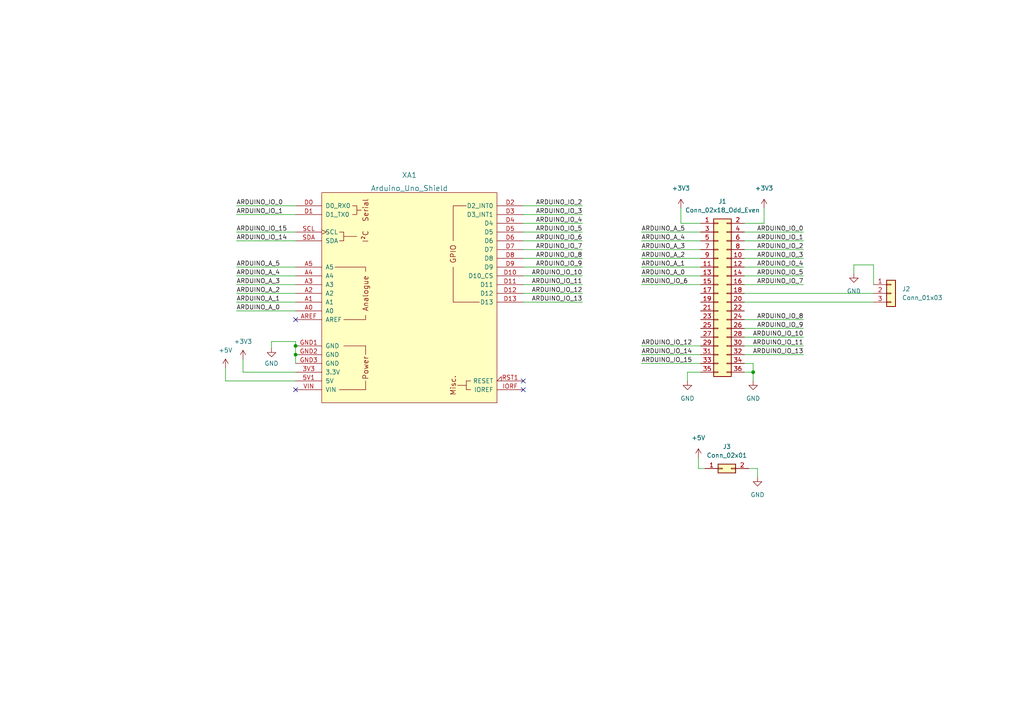
<source format=kicad_sch>
(kicad_sch (version 20211123) (generator eeschema)
  (paper "A4")
  (lib_symbols
    (symbol "Connector_Generic:Conn_01x03" (pin_names (offset 1.016) hide)
      (property "Reference" "J" (at 0 5.08 0))
      (property "Value" "Conn_01x03" (at 0 -5.08 0))
      (symbol "Conn_01x03_1_1"
        (rectangle (start -1.27 -2.413) (end 0 -2.667) (stroke (width 0.1524)))
        (rectangle (start -1.27 0.127) (end 0 -0.127) (stroke (width 0.1524)))
        (rectangle (start -1.27 2.667) (end 0 2.413) (stroke (width 0.1524)))
        (rectangle (start -1.27 3.81) (end 1.27 -3.81) (stroke (width 0.254)) (fill (type background)))
        (pin passive line (at -5.08 2.54 0) (length 3.81) (name "Pin_1") (number "1"))
        (pin passive line (at -5.08 0 0) (length 3.81) (name "Pin_2") (number "2"))
        (pin passive line (at -5.08 -2.54 0) (length 3.81) (name "Pin_3") (number "3"))
      )
    )
    (symbol "Connector_Generic:Conn_02x01" (pin_names (offset 1.016) hide)
      (property "Reference" "J" (at 1.27 2.54 0))
      (property "Value" "Conn_02x01" (at 1.27 -2.54 0))
      (symbol "Conn_02x01_1_1"
        (rectangle (start -1.27 0.127) (end 0 -0.127) (stroke (width 0.1524)))
        (rectangle (start -1.27 1.27) (end 3.81 -1.27) (stroke (width 0.254)) (fill (type background)))
        (rectangle (start 3.81 0.127) (end 2.54 -0.127) (stroke (width 0.1524)))
        (pin passive line (at -5.08 0 0) (length 3.81) (name "Pin_1") (number "1"))
        (pin passive line (at 7.62 0 180) (length 3.81) (name "Pin_2") (number "2"))
      )
    )
    (symbol "Connector_Generic:Conn_02x18_Odd_Even" (pin_names (offset 1.016) hide)
      (property "Reference" "J" (at 1.27 22.86 0))
      (property "Value" "Conn_02x18_Odd_Even" (at 1.27 -25.4 0))
      (symbol "Conn_02x18_Odd_Even_1_1"
        (rectangle (start -1.27 -22.733) (end 0 -22.987) (stroke (width 0.1524)))
        (rectangle (start -1.27 -20.193) (end 0 -20.447) (stroke (width 0.1524)))
        (rectangle (start -1.27 -17.653) (end 0 -17.907) (stroke (width 0.1524)))
        (rectangle (start -1.27 -15.113) (end 0 -15.367) (stroke (width 0.1524)))
        (rectangle (start -1.27 -12.573) (end 0 -12.827) (stroke (width 0.1524)))
        (rectangle (start -1.27 -10.033) (end 0 -10.287) (stroke (width 0.1524)))
        (rectangle (start -1.27 -7.493) (end 0 -7.747) (stroke (width 0.1524)))
        (rectangle (start -1.27 -4.953) (end 0 -5.207) (stroke (width 0.1524)))
        (rectangle (start -1.27 -2.413) (end 0 -2.667) (stroke (width 0.1524)))
        (rectangle (start -1.27 0.127) (end 0 -0.127) (stroke (width 0.1524)))
        (rectangle (start -1.27 2.667) (end 0 2.413) (stroke (width 0.1524)))
        (rectangle (start -1.27 5.207) (end 0 4.953) (stroke (width 0.1524)))
        (rectangle (start -1.27 7.747) (end 0 7.493) (stroke (width 0.1524)))
        (rectangle (start -1.27 10.287) (end 0 10.033) (stroke (width 0.1524)))
        (rectangle (start -1.27 12.827) (end 0 12.573) (stroke (width 0.1524)))
        (rectangle (start -1.27 15.367) (end 0 15.113) (stroke (width 0.1524)))
        (rectangle (start -1.27 17.907) (end 0 17.653) (stroke (width 0.1524)))
        (rectangle (start -1.27 20.447) (end 0 20.193) (stroke (width 0.1524)))
        (rectangle (start -1.27 21.59) (end 3.81 -24.13) (stroke (width 0.254)) (fill (type background)))
        (rectangle (start 3.81 -22.733) (end 2.54 -22.987) (stroke (width 0.1524)))
        (rectangle (start 3.81 -20.193) (end 2.54 -20.447) (stroke (width 0.1524)))
        (rectangle (start 3.81 -17.653) (end 2.54 -17.907) (stroke (width 0.1524)))
        (rectangle (start 3.81 -15.113) (end 2.54 -15.367) (stroke (width 0.1524)))
        (rectangle (start 3.81 -12.573) (end 2.54 -12.827) (stroke (width 0.1524)))
        (rectangle (start 3.81 -10.033) (end 2.54 -10.287) (stroke (width 0.1524)))
        (rectangle (start 3.81 -7.493) (end 2.54 -7.747) (stroke (width 0.1524)))
        (rectangle (start 3.81 -4.953) (end 2.54 -5.207) (stroke (width 0.1524)))
        (rectangle (start 3.81 -2.413) (end 2.54 -2.667) (stroke (width 0.1524)))
        (rectangle (start 3.81 0.127) (end 2.54 -0.127) (stroke (width 0.1524)))
        (rectangle (start 3.81 2.667) (end 2.54 2.413) (stroke (width 0.1524)))
        (rectangle (start 3.81 5.207) (end 2.54 4.953) (stroke (width 0.1524)))
        (rectangle (start 3.81 7.747) (end 2.54 7.493) (stroke (width 0.1524)))
        (rectangle (start 3.81 10.287) (end 2.54 10.033) (stroke (width 0.1524)))
        (rectangle (start 3.81 12.827) (end 2.54 12.573) (stroke (width 0.1524)))
        (rectangle (start 3.81 15.367) (end 2.54 15.113) (stroke (width 0.1524)))
        (rectangle (start 3.81 17.907) (end 2.54 17.653) (stroke (width 0.1524)))
        (rectangle (start 3.81 20.447) (end 2.54 20.193) (stroke (width 0.1524)))
        (pin passive line (at -5.08 20.32 0) (length 3.81) (name "Pin_1") (number "1"))
        (pin passive line (at 7.62 10.16 180) (length 3.81) (name "Pin_10") (number "10"))
        (pin passive line (at -5.08 7.62 0) (length 3.81) (name "Pin_11") (number "11"))
        (pin passive line (at 7.62 7.62 180) (length 3.81) (name "Pin_12") (number "12"))
        (pin passive line (at -5.08 5.08 0) (length 3.81) (name "Pin_13") (number "13"))
        (pin passive line (at 7.62 5.08 180) (length 3.81) (name "Pin_14") (number "14"))
        (pin passive line (at -5.08 2.54 0) (length 3.81) (name "Pin_15") (number "15"))
        (pin passive line (at 7.62 2.54 180) (length 3.81) (name "Pin_16") (number "16"))
        (pin passive line (at -5.08 0 0) (length 3.81) (name "Pin_17") (number "17"))
        (pin passive line (at 7.62 0 180) (length 3.81) (name "Pin_18") (number "18"))
        (pin passive line (at -5.08 -2.54 0) (length 3.81) (name "Pin_19") (number "19"))
        (pin passive line (at 7.62 20.32 180) (length 3.81) (name "Pin_2") (number "2"))
        (pin passive line (at 7.62 -2.54 180) (length 3.81) (name "Pin_20") (number "20"))
        (pin passive line (at -5.08 -5.08 0) (length 3.81) (name "Pin_21") (number "21"))
        (pin passive line (at 7.62 -5.08 180) (length 3.81) (name "Pin_22") (number "22"))
        (pin passive line (at -5.08 -7.62 0) (length 3.81) (name "Pin_23") (number "23"))
        (pin passive line (at 7.62 -7.62 180) (length 3.81) (name "Pin_24") (number "24"))
        (pin passive line (at -5.08 -10.16 0) (length 3.81) (name "Pin_25") (number "25"))
        (pin passive line (at 7.62 -10.16 180) (length 3.81) (name "Pin_26") (number "26"))
        (pin passive line (at -5.08 -12.7 0) (length 3.81) (name "Pin_27") (number "27"))
        (pin passive line (at 7.62 -12.7 180) (length 3.81) (name "Pin_28") (number "28"))
        (pin passive line (at -5.08 -15.24 0) (length 3.81) (name "Pin_29") (number "29"))
        (pin passive line (at -5.08 17.78 0) (length 3.81) (name "Pin_3") (number "3"))
        (pin passive line (at 7.62 -15.24 180) (length 3.81) (name "Pin_30") (number "30"))
        (pin passive line (at -5.08 -17.78 0) (length 3.81) (name "Pin_31") (number "31"))
        (pin passive line (at 7.62 -17.78 180) (length 3.81) (name "Pin_32") (number "32"))
        (pin passive line (at -5.08 -20.32 0) (length 3.81) (name "Pin_33") (number "33"))
        (pin passive line (at 7.62 -20.32 180) (length 3.81) (name "Pin_34") (number "34"))
        (pin passive line (at -5.08 -22.86 0) (length 3.81) (name "Pin_35") (number "35"))
        (pin passive line (at 7.62 -22.86 180) (length 3.81) (name "Pin_36") (number "36"))
        (pin passive line (at 7.62 17.78 180) (length 3.81) (name "Pin_4") (number "4"))
        (pin passive line (at -5.08 15.24 0) (length 3.81) (name "Pin_5") (number "5"))
        (pin passive line (at 7.62 15.24 180) (length 3.81) (name "Pin_6") (number "6"))
        (pin passive line (at -5.08 12.7 0) (length 3.81) (name "Pin_7") (number "7"))
        (pin passive line (at 7.62 12.7 180) (length 3.81) (name "Pin_8") (number "8"))
        (pin passive line (at -5.08 10.16 0) (length 3.81) (name "Pin_9") (number "9"))
      )
    )
    (symbol "arduino:Arduino_Uno_Shield" (pin_names (offset 1.016))
      (property "Reference" "XA1001" (at 0 35.56 0))
      (property "Value" "Arduino_Uno_Shield" (at 0 31.75 0))
      (symbol "Arduino_Uno_Shield_0_0"
        (rectangle (start -25.4 30.48) (end 25.4 -30.48) (fill (type background)))
        (rectangle (start -20.32 -26.67) (end -12.7 -26.67))
        (rectangle (start -19.05 -13.97) (end -12.7 -13.97))
        (polyline (pts (xy -19.05 17.78) (xy -15.24 17.78)))
        (polyline (pts (xy -15.24 25.4) (xy -13.97 25.4)))
        (polyline (pts (xy -12.7 -26.67) (xy -12.7 -24.13)))
        (polyline (pts (xy -12.7 -15.24) (xy -12.7 -16.51)))
        (polyline (pts (xy -12.7 -13.97) (xy -12.7 -15.24)))
        (polyline (pts (xy -12.7 -5.08) (xy -12.7 -6.35) (xy -19.05 -6.35)))
        (polyline (pts (xy -12.7 7.62) (xy -12.7 8.89) (xy -21.59 8.89)))
        (polyline (pts (xy 12.7 8.89) (xy 12.7 -1.27) (xy 20.32 -1.27)))
        (polyline (pts (xy 12.7 16.51) (xy 12.7 26.67) (xy 16.51 26.67)))
        (polyline (pts (xy -20.32 19.05) (xy -19.05 19.05) (xy -19.05 16.51) (xy -20.32 16.51)))
        (polyline (pts (xy -16.51 26.67) (xy -15.24 26.67) (xy -15.24 24.13) (xy -16.51 24.13)))
        (rectangle (start 16.51 -25.4) (end 13.97 -25.4))
        (rectangle (start 16.51 -24.13) (end 16.51 -26.67))
        (rectangle (start 17.78 -26.67) (end 16.51 -26.67))
        (rectangle (start 17.78 -24.13) (end 16.51 -24.13))
        (text "Analogue" (at -12.7 1.27 900) (effects (font (size 1.524 1.524))))
        (text "I²C" (at -12.7 17.78 900) (effects (font (size 1.524 1.524))))
        (text "Misc." (at 12.7 -25.4 900) (effects (font (size 1.524 1.524))))
        (text "Power" (at -12.7 -20.32 900) (effects (font (size 1.524 1.524))))
        (text "Serial" (at -12.7 25.4 900) (effects (font (size 1.524 1.524))))
      )
      (symbol "Arduino_Uno_Shield_1_0"
        (text "GPIO" (at 12.7 12.7 900) (effects (font (size 1.524 1.524))))
      )
      (symbol "Arduino_Uno_Shield_1_1"
        (pin power_out line (at -33.02 -21.59 0) (length 7.62) (name "3.3V") (number "3V3"))
        (pin power_in line (at -33.02 -24.13 0) (length 7.62) (name "5V") (number "5V1"))
        (pin bidirectional line (at -33.02 -3.81 0) (length 7.62) (name "A0") (number "A0"))
        (pin bidirectional line (at -33.02 -1.27 0) (length 7.62) (name "A1") (number "A1"))
        (pin bidirectional line (at -33.02 1.27 0) (length 7.62) (name "A2") (number "A2"))
        (pin bidirectional line (at -33.02 3.81 0) (length 7.62) (name "A3") (number "A3"))
        (pin bidirectional line (at -33.02 6.35 0) (length 7.62) (name "A4") (number "A4"))
        (pin bidirectional line (at -33.02 8.89 0) (length 7.62) (name "A5") (number "A5"))
        (pin input line (at -33.02 -6.35 0) (length 7.62) (name "AREF") (number "AREF"))
        (pin bidirectional line (at -33.02 26.67 0) (length 7.62) (name "D0_RX0") (number "D0"))
        (pin bidirectional line (at -33.02 24.13 0) (length 7.62) (name "D1_TX0") (number "D1"))
        (pin bidirectional line (at 33.02 6.35 180) (length 7.62) (name "D10_CS") (number "D10"))
        (pin bidirectional line (at 33.02 3.81 180) (length 7.62) (name "D11") (number "D11"))
        (pin bidirectional line (at 33.02 1.27 180) (length 7.62) (name "D12") (number "D12"))
        (pin bidirectional line (at 33.02 -1.27 180) (length 7.62) (name "D13") (number "D13"))
        (pin bidirectional line (at 33.02 26.67 180) (length 7.62) (name "D2_INT0") (number "D2"))
        (pin bidirectional line (at 33.02 24.13 180) (length 7.62) (name "D3_INT1") (number "D3"))
        (pin bidirectional line (at 33.02 21.59 180) (length 7.62) (name "D4") (number "D4"))
        (pin bidirectional line (at 33.02 19.05 180) (length 7.62) (name "D5") (number "D5"))
        (pin bidirectional line (at 33.02 16.51 180) (length 7.62) (name "D6") (number "D6"))
        (pin bidirectional line (at 33.02 13.97 180) (length 7.62) (name "D7") (number "D7"))
        (pin bidirectional line (at 33.02 11.43 180) (length 7.62) (name "D8") (number "D8"))
        (pin bidirectional line (at 33.02 8.89 180) (length 7.62) (name "D9") (number "D9"))
        (pin power_in line (at -33.02 -13.97 0) (length 7.62) (name "GND") (number "GND1"))
        (pin power_in line (at -33.02 -16.51 0) (length 7.62) (name "GND") (number "GND2"))
        (pin power_in line (at -33.02 -19.05 0) (length 7.62) (name "GND") (number "GND3"))
        (pin output line (at 33.02 -26.67 180) (length 7.62) (name "IOREF") (number "IORF"))
        (pin open_collector input_low (at 33.02 -24.13 180) (length 7.62) (name "RESET") (number "RST1"))
        (pin bidirectional clock (at -33.02 19.05 0) (length 7.62) (name "SCL") (number "SCL"))
        (pin bidirectional line (at -33.02 16.51 0) (length 7.62) (name "SDA") (number "SDA"))
        (pin power_in line (at -33.02 -26.67 0) (length 7.62) (name "VIN") (number "VIN"))
      )
    )
    (symbol "power:+3V3" (power) (pin_names (offset 0))
      (property "Value" "+3V3" (at 0 3.556 0))
      (symbol "+3V3_0_1"
        (polyline (pts (xy -0.762 1.27) (xy 0 2.54)))
        (polyline (pts (xy 0 0) (xy 0 2.54)))
        (polyline (pts (xy 0 2.54) (xy 0.762 1.27)))
      )
      (symbol "+3V3_1_1"
        (pin power_in line (at 0 0 90) (length 0) hide (name "+3V3") (number "1"))
      )
    )
    (symbol "power:+5V" (power) (pin_names (offset 0))
      (property "Value" "+5V" (at 0 3.556 0))
      (symbol "+5V_0_1"
        (polyline (pts (xy -0.762 1.27) (xy 0 2.54)))
        (polyline (pts (xy 0 0) (xy 0 2.54)))
        (polyline (pts (xy 0 2.54) (xy 0.762 1.27)))
      )
      (symbol "+5V_1_1"
        (pin power_in line (at 0 0 90) (length 0) hide (name "+5V") (number "1"))
      )
    )
    (symbol "power:GND" (power) (pin_names (offset 0))
      (property "Value" "GND" (at 0 -3.81 0))
      (symbol "GND_0_1"
        (polyline (pts (xy 0 0) (xy 0 -1.27) (xy 1.27 -1.27) (xy 0 -2.54) (xy -1.27 -1.27) (xy 0 -1.27)))
      )
      (symbol "GND_1_1"
        (pin power_in line (at 0 0 270) (length 0) hide (name "GND") (number "1"))
      )
    )
  )
  (junction (at 218.44 107.95))
  (junction (at 85.725 102.87))
  (junction (at 85.725 100.33))
  (no_connect (at 151.765 113.03))
  (no_connect (at 151.765 110.49))
  (no_connect (at 85.725 113.03))
  (no_connect (at 85.725 92.71))
  (wire (pts (xy 186.055 105.41) (xy 203.2 105.41)))
  (wire (pts (xy 68.58 77.47) (xy 85.725 77.47)))
  (wire (pts (xy 168.91 62.23) (xy 151.765 62.23)))
  (wire (pts (xy 199.39 107.95) (xy 203.2 107.95)))
  (wire (pts (xy 85.725 99.06) (xy 85.725 100.33)))
  (wire (pts (xy 186.055 67.31) (xy 203.2 67.31)))
  (wire (pts (xy 186.055 77.47) (xy 203.2 77.47)))
  (wire (pts (xy 197.485 64.77) (xy 203.2 64.77)))
  (wire (pts (xy 215.9 85.09) (xy 253.365 85.09)))
  (wire (pts (xy 233.045 69.85) (xy 215.9 69.85)))
  (wire (pts (xy 68.58 59.69) (xy 85.725 59.69)))
  (wire (pts (xy 68.58 67.31) (xy 85.725 67.31)))
  (wire (pts (xy 215.9 87.63) (xy 253.365 87.63)))
  (wire (pts (xy 78.74 99.06) (xy 85.725 99.06)))
  (wire (pts (xy 186.055 100.33) (xy 203.2 100.33)))
  (wire (pts (xy 247.65 79.375) (xy 247.65 76.835)))
  (wire (pts (xy 65.405 106.68) (xy 65.405 110.49)))
  (wire (pts (xy 221.615 60.325) (xy 221.615 64.77)))
  (wire (pts (xy 199.39 110.49) (xy 199.39 107.95)))
  (wire (pts (xy 215.9 105.41) (xy 218.44 105.41)))
  (wire (pts (xy 253.365 76.835) (xy 253.365 82.55)))
  (wire (pts (xy 233.045 92.71) (xy 215.9 92.71)))
  (wire (pts (xy 68.58 62.23) (xy 85.725 62.23)))
  (wire (pts (xy 218.44 107.95) (xy 218.44 110.49)))
  (wire (pts (xy 233.045 100.33) (xy 215.9 100.33)))
  (wire (pts (xy 221.615 64.77) (xy 215.9 64.77)))
  (wire (pts (xy 168.91 69.85) (xy 151.765 69.85)))
  (wire (pts (xy 233.045 77.47) (xy 215.9 77.47)))
  (wire (pts (xy 233.045 74.93) (xy 215.9 74.93)))
  (wire (pts (xy 202.565 132.715) (xy 202.565 135.89)))
  (wire (pts (xy 233.045 67.31) (xy 215.9 67.31)))
  (wire (pts (xy 219.71 138.43) (xy 219.71 135.89)))
  (wire (pts (xy 197.485 60.325) (xy 197.485 64.77)))
  (wire (pts (xy 168.91 64.77) (xy 151.765 64.77)))
  (wire (pts (xy 85.725 102.87) (xy 85.725 105.41)))
  (wire (pts (xy 186.055 80.01) (xy 203.2 80.01)))
  (wire (pts (xy 233.045 102.87) (xy 215.9 102.87)))
  (wire (pts (xy 168.91 72.39) (xy 151.765 72.39)))
  (wire (pts (xy 186.055 74.93) (xy 203.2 74.93)))
  (wire (pts (xy 233.045 97.79) (xy 215.9 97.79)))
  (wire (pts (xy 233.045 82.55) (xy 215.9 82.55)))
  (wire (pts (xy 233.045 72.39) (xy 215.9 72.39)))
  (wire (pts (xy 168.91 74.93) (xy 151.765 74.93)))
  (wire (pts (xy 70.485 104.14) (xy 70.485 107.95)))
  (wire (pts (xy 68.58 87.63) (xy 85.725 87.63)))
  (wire (pts (xy 186.055 102.87) (xy 203.2 102.87)))
  (wire (pts (xy 168.91 87.63) (xy 151.765 87.63)))
  (wire (pts (xy 168.91 82.55) (xy 151.765 82.55)))
  (wire (pts (xy 65.405 110.49) (xy 85.725 110.49)))
  (wire (pts (xy 247.65 76.835) (xy 253.365 76.835)))
  (wire (pts (xy 233.045 80.01) (xy 215.9 80.01)))
  (wire (pts (xy 218.44 105.41) (xy 218.44 107.95)))
  (wire (pts (xy 85.725 100.33) (xy 85.725 102.87)))
  (wire (pts (xy 186.055 82.55) (xy 203.2 82.55)))
  (wire (pts (xy 68.58 85.09) (xy 85.725 85.09)))
  (wire (pts (xy 168.91 80.01) (xy 151.765 80.01)))
  (wire (pts (xy 168.91 59.69) (xy 151.765 59.69)))
  (wire (pts (xy 186.055 69.85) (xy 203.2 69.85)))
  (wire (pts (xy 215.9 107.95) (xy 218.44 107.95)))
  (wire (pts (xy 219.71 135.89) (xy 217.17 135.89)))
  (wire (pts (xy 202.565 135.89) (xy 204.47 135.89)))
  (wire (pts (xy 70.485 107.95) (xy 85.725 107.95)))
  (wire (pts (xy 186.055 72.39) (xy 203.2 72.39)))
  (wire (pts (xy 168.91 67.31) (xy 151.765 67.31)))
  (wire (pts (xy 233.045 95.25) (xy 215.9 95.25)))
  (wire (pts (xy 78.74 100.965) (xy 78.74 99.06)))
  (wire (pts (xy 68.58 90.17) (xy 85.725 90.17)))
  (wire (pts (xy 68.58 80.01) (xy 85.725 80.01)))
  (wire (pts (xy 68.58 69.85) (xy 85.725 69.85)))
  (wire (pts (xy 168.91 77.47) (xy 151.765 77.47)))
  (wire (pts (xy 168.91 85.09) (xy 151.765 85.09)))
  (wire (pts (xy 68.58 82.55) (xy 85.725 82.55)))
  (label "ARDUINO_A_0" (at 186.055 80.01 0))
  (label "ARDUINO_IO_12" (at 168.91 85.09 180))
  (label "ARDUINO_IO_11" (at 233.045 100.33 180))
  (label "ARDUINO_IO_7" (at 168.91 72.39 180))
  (label "ARDUINO_A_3" (at 186.055 72.39 0))
  (label "ARDUINO_IO_13" (at 233.045 102.87 180))
  (label "ARDUINO_IO_13" (at 168.91 87.63 180))
  (label "ARDUINO_IO_3" (at 233.045 74.93 180))
  (label "ARDUINO_IO_15" (at 186.055 105.41 0))
  (label "ARDUINO_A_2" (at 68.58 85.09 0))
  (label "ARDUINO_A_4" (at 186.055 69.85 0))
  (label "ARDUINO_IO_14" (at 186.055 102.87 0))
  (label "ARDUINO_IO_0" (at 68.58 59.69 0))
  (label "ARDUINO_IO_12" (at 186.055 100.33 0))
  (label "ARDUINO_IO_9" (at 233.045 95.25 180))
  (label "ARDUINO_IO_3" (at 168.91 62.23 180))
  (label "ARDUINO_IO_10" (at 233.045 97.79 180))
  (label "ARDUINO_IO_8" (at 233.045 92.71 180))
  (label "ARDUINO_IO_9" (at 168.91 77.47 180))
  (label "ARDUINO_IO_14" (at 68.58 69.85 0))
  (label "ARDUINO_IO_15" (at 68.58 67.31 0))
  (label "ARDUINO_A_5" (at 68.58 77.47 0))
  (label "ARDUINO_IO_11" (at 168.91 82.55 180))
  (label "ARDUINO_IO_5" (at 233.045 80.01 180))
  (label "ARDUINO_A_1" (at 186.055 77.47 0))
  (label "ARDUINO_IO_1" (at 233.045 69.85 180))
  (label "ARDUINO_IO_1" (at 68.58 62.23 0))
  (label "ARDUINO_A_2" (at 186.055 74.93 0))
  (label "ARDUINO_IO_4" (at 168.91 64.77 180))
  (label "ARDUINO_IO_4" (at 233.045 77.47 180))
  (label "ARDUINO_IO_5" (at 168.91 67.31 180))
  (label "ARDUINO_IO_6" (at 186.055 82.55 0))
  (label "ARDUINO_IO_10" (at 168.91 80.01 180))
  (label "ARDUINO_IO_8" (at 168.91 74.93 180))
  (label "ARDUINO_A_3" (at 68.58 82.55 0))
  (label "ARDUINO_IO_6" (at 168.91 69.85 180))
  (label "ARDUINO_A_0" (at 68.58 90.17 0))
  (label "ARDUINO_IO_0" (at 233.045 67.31 180))
  (label "ARDUINO_IO_7" (at 233.045 82.55 180))
  (label "ARDUINO_IO_2" (at 168.91 59.69 180))
  (label "ARDUINO_A_5" (at 186.055 67.31 0))
  (label "ARDUINO_A_4" (at 68.58 80.01 0))
  (label "ARDUINO_IO_2" (at 233.045 72.39 180))
  (label "ARDUINO_A_1" (at 68.58 87.63 0))
  (symbol (lib_id "power:GND") (at 199.39 110.49 0) (unit 1)
    (property "Reference" "#PWR07" (effects hide))
    (property "Value" "GND" (at 199.39 115.57 0))
  )
  (symbol (lib_id "power:+3V3") (at 70.485 104.14 0) (unit 1)
    (property "Reference" "#PWR05" (effects hide))
    (property "Value" "+3V3" (at 70.485 99.06 0))
  )
  (symbol (lib_id "power:GND") (at 219.71 138.43 0) (unit 1)
    (property "Reference" "#PWR010" (effects hide))
    (property "Value" "GND" (at 219.71 143.51 0))
  )
  (symbol (lib_id "power:GND") (at 78.74 100.965 0) (unit 1)
    (property "Reference" "#PWR04" (effects hide))
    (property "Value" "GND" (at 78.74 105.41 0))
  )
  (symbol (lib_id "Connector_Generic:Conn_02x01") (at 209.55 135.89 0) (unit 1)
    (property "Reference" "J3" (at 210.82 129.54 0))
    (property "Value" "Conn_02x01" (at 210.82 132.08 0))
    (property "Footprint" "Connector_PinSocket_2.54mm:PinSocket_2x01_P2.54mm_Vertical" (effects hide))
  )
  (symbol (lib_id "power:+5V") (at 65.405 106.68 0) (unit 1)
    (property "Reference" "#PWR06" (effects hide))
    (property "Value" "+5V" (at 65.405 101.6 0))
  )
  (symbol (lib_id "power:+3V3") (at 197.485 60.325 0) (unit 1)
    (property "Reference" "#PWR01" (effects hide))
    (property "Value" "+3V3" (at 197.485 54.61 0))
  )
  (symbol (lib_id "arduino:Arduino_Uno_Shield") (at 118.745 86.36 0) (unit 1)
    (property "Reference" "XA1" (at 118.745 50.8 0) (effects (font (size 1.524 1.524))))
    (property "Value" "Arduino_Uno_Shield" (at 118.745 54.61 0) (effects (font (size 1.524 1.524))))
    (property "Footprint" "Arduino_Library:Arduino_Uno_Shield" (effects hide))
    (property "Datasheet" "https://docs.arduino.cc/hardware/uno-rev3" (effects hide))
  )
  (symbol (lib_id "power:GND") (at 218.44 110.49 0) (unit 1)
    (property "Reference" "#PWR08" (effects hide))
    (property "Value" "GND" (at 218.44 115.57 0))
  )
  (symbol (lib_id "Connector_Generic:Conn_02x18_Odd_Even") (at 208.28 85.09 0) (unit 1)
    (property "Reference" "J1" (at 209.55 58.42 0))
    (property "Value" "Conn_02x18_Odd_Even" (at 209.55 60.96 0))
    (property "Footprint" "Connector_PinSocket_2.54mm:PinSocket_2x18_P2.54mm_Vertical" (effects hide))
  )
  (symbol (lib_id "power:+5V") (at 202.565 132.715 0) (unit 1)
    (property "Reference" "#PWR09" (effects hide))
    (property "Value" "+5V" (at 202.565 127 0))
  )
  (symbol (lib_id "Connector_Generic:Conn_01x03") (at 258.445 85.09 0) (unit 1)
    (property "Reference" "J2" (at 261.62 83.8199 0) (effects (justify left)))
    (property "Value" "Conn_01x03" (at 261.62 86.3599 0) (effects (justify left)))
    (property "Footprint" "Connector_PinSocket_2.54mm:PinSocket_1x03_P2.54mm_Vertical" (effects hide))
  )
  (symbol (lib_id "power:+3V3") (at 221.615 60.325 0) (unit 1)
    (property "Reference" "#PWR02" (effects hide))
    (property "Value" "+3V3" (at 221.615 54.61 0))
  )
  (symbol (lib_id "power:GND") (at 247.65 79.375 0) (unit 1)
    (property "Reference" "#PWR03" (effects hide))
    (property "Value" "GND" (at 247.65 84.455 0))
  )
)
</source>
